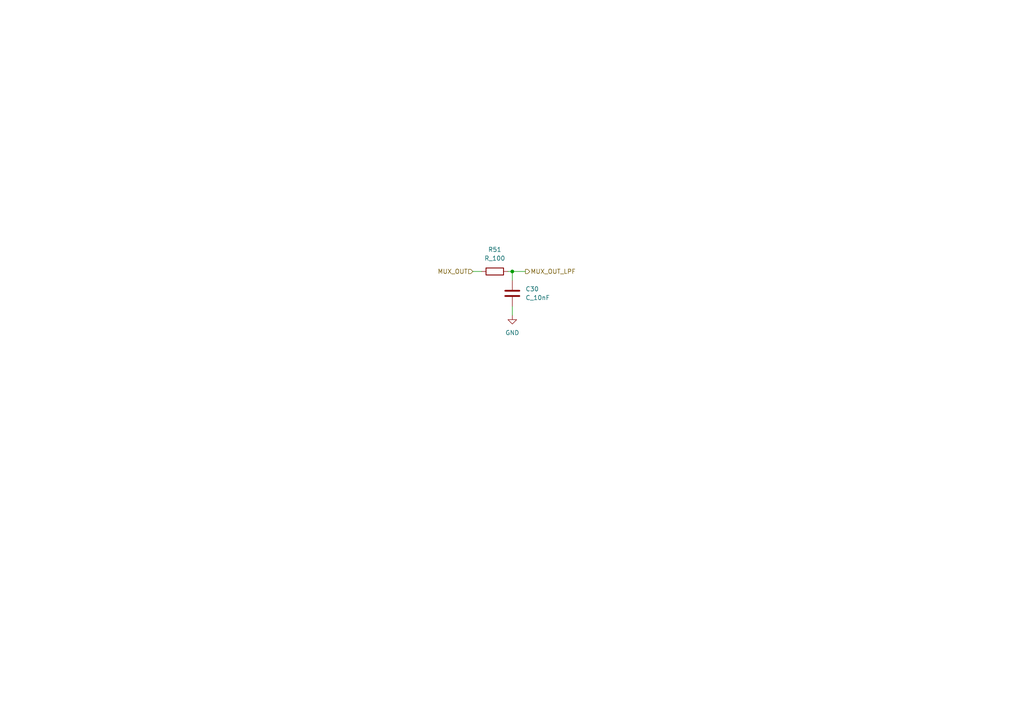
<source format=kicad_sch>
(kicad_sch (version 20250114) (generator "eeschema") (generator_version "9.0")
  (paper "A4")
  (lib_symbols
    (symbol "OEM:0u1F" (pin_numbers (hide yes)) (pin_names (offset 0.254))
      (property "Reference" "C" (at 0.635 2.54 0))
      (property "Value" "0u1F" (at 0.635 -2.54 0))
      (symbol "0u1F_0_1"
        (polyline (pts (xy -2.032 0.762) (xy 2.032 0.762)) (stroke (width 0.508)))
        (polyline (pts (xy -2.032 -0.762) (xy 2.032 -0.762)) (stroke (width 0.508)))
      )
      (symbol "0u1F_1_1"
        (pin passive line (at 0 3.81 270) (length 2.794) (name "~") (number "1"))
        (pin passive line (at 0 -3.81 90) (length 2.794) (name "~") (number "2"))
      )
    )
    (symbol "OEM:100R" (pin_numbers (hide yes)) (pin_names (offset 0))
      (property "Reference" "R" (at 2.032 0 90))
      (property "Value" "100R" (at 0 0 90))
      (symbol "100R_0_1"
        (rectangle (start -1.016 -2.54) (end 1.016 2.54) (stroke (width 0.254)))
      )
      (symbol "100R_1_1"
        (pin passive line (at 0 3.81 270) (length 1.27) (name "~") (number "1"))
        (pin passive line (at 0 -3.81 90) (length 1.27) (name "~") (number "2"))
      )
    )
    (symbol "power:GND" (power) (pin_numbers (hide yes)) (pin_names (offset 0) (hide yes))
      (property "Value" "GND" (at 0 -3.81 0))
      (symbol "GND_0_1"
        (polyline (pts (xy 0 0) (xy 0 -1.27) (xy 1.27 -1.27) (xy 0 -2.54) (xy -1.27 -1.27) (xy 0 -1.27)))
      )
      (symbol "GND_1_1"
        (pin power_in line (at 0 0 270) (length 0) (name "~") (number "1"))
      )
    )
  )
  (junction (at 148.59 78.74))
  (wire (pts (xy 148.59 88.9) (xy 148.59 91.44)))
  (wire (pts (xy 148.59 81.28) (xy 148.59 78.74)))
  (wire (pts (xy 148.59 78.74) (xy 147.32 78.74)))
  (wire (pts (xy 137.16 78.74) (xy 139.7 78.74)))
  (wire (pts (xy 148.59 78.74) (xy 152.4 78.74)))
  (hierarchical_label "MUX_OUT_LPF" (shape output) (at 152.4 78.74 0))
  (hierarchical_label "MUX_OUT" (shape input) (at 137.16 78.74 180))
  (symbol (lib_id "power:GND") (at 148.59 91.44 0) (unit 1)
    (property "Reference" "#PWR?" (effects (hide yes)))
    (property "Value" "GND" (at 148.59 96.52 0))
    (property "Description" "Power symbol creates a global label with name \"GND\" , ground" (effects (hide yes)))
  )
  (symbol (lib_id "OEM:0u1F") (at 148.59 85.09 0) (unit 1)
    (property "Reference" "C28" (at 152.4 83.8199 0) (effects (justify left)))
    (property "Value" "C_10nF" (at 152.4 86.3599 0) (effects (justify left)))
    (property "Footprint" "OEM:C_0603" (effects (hide yes)))
    (property "Datasheet" "${OEM_DIR}/parts/datasheets/samsung_CL10B104KB8NNWC.pdf" (effects (hide yes)))
    (property "MFN" "Samsung Electro-Mechanics" (effects (hide yes)))
    (property "MPN" "CL10B104KB8NNWC" (effects (hide yes)))
    (property "DKPN" "1276-1935-2-ND" (effects (hide yes)))
    (property "Package" "0603" (effects (hide yes)))
    (property "Stocked" "Reel" (effects (hide yes)))
    (property "NewDesigns" "YES" (effects (hide yes)))
    (property "Style" "SMD" (effects (hide yes)))
    (instances (project "bms_csc" (path "" (reference "C30") (unit 1)) (path "" (reference "C27") (unit 1)) (path "" (reference "C28") (unit 1)) (path "" (reference "C29") (unit 1))))
  )
  (symbol (lib_id "OEM:100R") (at 143.51 78.74 90) (unit 1)
    (property "Reference" "R10" (at 143.51 72.39 90))
    (property "Value" "R_100" (at 143.51 74.93 90))
    (property "Footprint" "OEM:R_0603" (effects (hide yes)))
    (property "Datasheet" "${OEM_DIR}/parts/datasheets/stackpole_RMCF_RMCP.pdf" (effects (hide yes)))
    (property "MFN" "Stackpole Electronics" (effects (hide yes)))
    (property "MPN" "RMCF0603FT100R" (effects (hide yes)))
    (property "DKPN" "RMCF0603FT100RTR-ND" (effects (hide yes)))
    (property "NewDesigns" "YES" (effects (hide yes)))
    (property "Stocked" "Reel" (effects (hide yes)))
    (property "Package" "0603" (effects (hide yes)))
    (property "Style" "SMD" (effects (hide yes)))
    (instances (project "bms_csc" (path "" (reference "R51") (unit 1)) (path "" (reference "R9") (unit 1)) (path "" (reference "R10") (unit 1)) (path "" (reference "R12") (unit 1))))
  )
)
</source>
